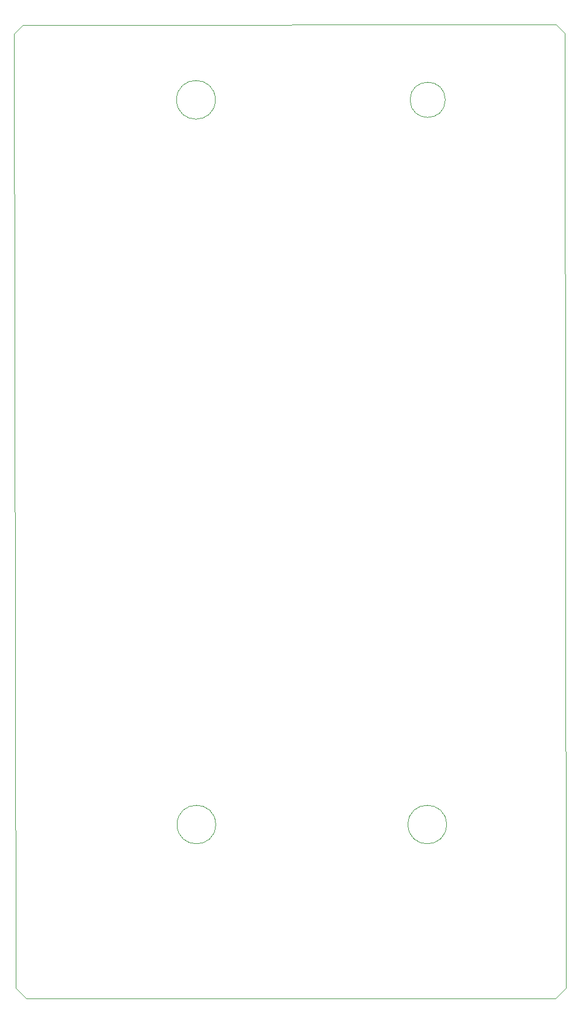
<source format=gbr>
G04 #@! TF.GenerationSoftware,KiCad,Pcbnew,(6.0.0-rc1-dev-347-gd8782b751)*
G04 #@! TF.CreationDate,2019-11-17T21:55:44+01:00*
G04 #@! TF.ProjectId,nano,6E616E6F2E6B696361645F7063620000,rev?*
G04 #@! TF.SameCoordinates,Original*
G04 #@! TF.FileFunction,Profile,NP*
%FSLAX46Y46*%
G04 Gerber Fmt 4.6, Leading zero omitted, Abs format (unit mm)*
G04 Created by KiCad (PCBNEW (6.0.0-rc1-dev-347-gd8782b751)) date 11/17/19 21:55:44*
%MOMM*%
%LPD*%
G01*
G04 APERTURE LIST*
%ADD10C,0.100000*%
G04 APERTURE END LIST*
D10*
X24130000Y-166751000D02*
X22606000Y-165227000D01*
X23622000Y-25527000D02*
X22352000Y-26797000D01*
X102362000Y-165227000D02*
X100838000Y-166751000D01*
X102171500Y-26733500D02*
X100901500Y-25463500D01*
X51564885Y-141544384D02*
G75*
G03X51564885Y-141544384I-2796885J0D01*
G01*
X85026500Y-141541500D02*
G75*
G03X85026500Y-141541500I-2794000J0D01*
G01*
X51510022Y-36397021D02*
G75*
G03X51510022Y-36397021I-2805522J0D01*
G01*
X84848668Y-36398168D02*
G75*
G03X84848668Y-36398168I-2552668J0D01*
G01*
X22606000Y-165227000D02*
X22352000Y-26797000D01*
X100838000Y-166751000D02*
X24130000Y-166751000D01*
X102171500Y-26733500D02*
X102362000Y-165227000D01*
X23622000Y-25527000D02*
X100901500Y-25463500D01*
M02*

</source>
